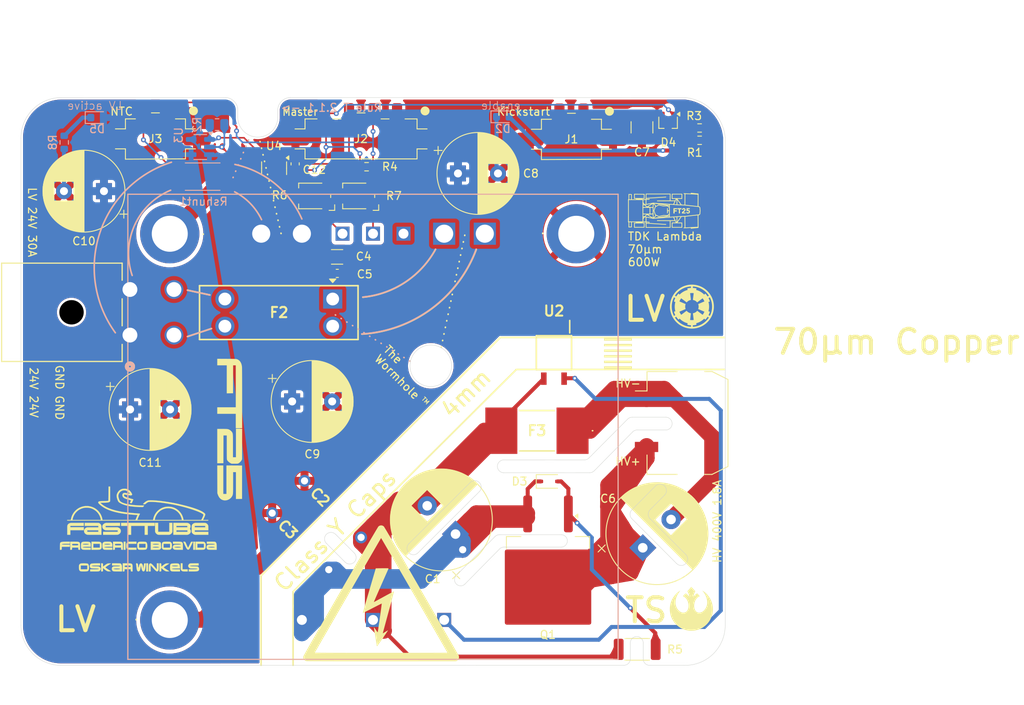
<source format=kicad_pcb>
(kicad_pcb
	(version 20240108)
	(generator "pcbnew")
	(generator_version "8.0")
	(general
		(thickness 1.67)
		(legacy_teardrops no)
	)
	(paper "A4")
	(layers
		(0 "F.Cu" mixed)
		(31 "B.Cu" mixed)
		(32 "B.Adhes" user "B.Adhesive")
		(33 "F.Adhes" user "F.Adhesive")
		(34 "B.Paste" user)
		(35 "F.Paste" user)
		(36 "B.SilkS" user "B.Silkscreen")
		(37 "F.SilkS" user "F.Silkscreen")
		(38 "B.Mask" user)
		(39 "F.Mask" user)
		(40 "Dwgs.User" user "User.Drawings")
		(41 "Cmts.User" user "User.Comments")
		(42 "Eco1.User" user "User.Eco1")
		(43 "Eco2.User" user "User.Eco2")
		(44 "Edge.Cuts" user)
		(45 "Margin" user)
		(46 "B.CrtYd" user "B.Courtyard")
		(47 "F.CrtYd" user "F.Courtyard")
		(48 "B.Fab" user)
		(49 "F.Fab" user)
		(50 "User.1" user)
		(51 "User.2" user)
		(52 "User.3" user)
		(53 "User.4" user)
		(54 "User.5" user)
		(55 "User.6" user)
		(56 "User.7" user)
		(57 "User.8" user)
		(58 "User.9" user)
	)
	(setup
		(stackup
			(layer "F.SilkS"
				(type "Top Silk Screen")
			)
			(layer "F.Paste"
				(type "Top Solder Paste")
			)
			(layer "F.Mask"
				(type "Top Solder Mask")
				(thickness 0.01)
			)
			(layer "F.Cu"
				(type "copper")
				(thickness 0.07)
			)
			(layer "dielectric 1"
				(type "core")
				(thickness 1.51)
				(material "FR4")
				(epsilon_r 4.5)
				(loss_tangent 0.02)
			)
			(layer "B.Cu"
				(type "copper")
				(thickness 0.07)
			)
			(layer "B.Mask"
				(type "Bottom Solder Mask")
				(thickness 0.01)
			)
			(layer "B.Paste"
				(type "Bottom Solder Paste")
			)
			(layer "B.SilkS"
				(type "Bottom Silk Screen")
			)
			(copper_finish "None")
			(dielectric_constraints no)
		)
		(pad_to_mask_clearance 0)
		(allow_soldermask_bridges_in_footprints no)
		(pcbplotparams
			(layerselection 0x00010fc_ffffffff)
			(plot_on_all_layers_selection 0x0000000_00000000)
			(disableapertmacros no)
			(usegerberextensions no)
			(usegerberattributes yes)
			(usegerberadvancedattributes yes)
			(creategerberjobfile yes)
			(dashed_line_dash_ratio 12.000000)
			(dashed_line_gap_ratio 3.000000)
			(svgprecision 4)
			(plotframeref no)
			(viasonmask no)
			(mode 1)
			(useauxorigin no)
			(hpglpennumber 1)
			(hpglpenspeed 20)
			(hpglpendiameter 15.000000)
			(pdf_front_fp_property_popups yes)
			(pdf_back_fp_property_popups yes)
			(dxfpolygonmode yes)
			(dxfimperialunits yes)
			(dxfusepcbnewfont yes)
			(psnegative no)
			(psa4output no)
			(plotreference yes)
			(plotvalue yes)
			(plotfptext yes)
			(plotinvisibletext no)
			(sketchpadsonfab no)
			(subtractmaskfromsilk no)
			(outputformat 1)
			(mirror no)
			(drillshape 1)
			(scaleselection 1)
			(outputdirectory "")
		)
	)
	(net 0 "")
	(net 1 "/-VIN")
	(net 2 "GND")
	(net 3 "Net-(D4-Pad3)")
	(net 4 "/+VIN")
	(net 5 "+3V3")
	(net 6 "/LV+")
	(net 7 "/3V_buttoncell")
	(net 8 "/TEMP_TSDCDC")
	(net 9 "/HV-in")
	(net 10 "/HV+in")
	(net 11 "/G")
	(net 12 "/~{EN}")
	(net 13 "/LV-")
	(net 14 "/LV_I_measure")
	(net 15 "/I_meas_weak")
	(net 16 "/+S")
	(net 17 "/TRM")
	(net 18 "Net-(D2-A)")
	(net 19 "Net-(D5-K)")
	(net 20 "/Vout+")
	(net 21 "Net-(R3-Pad2)")
	(footprint "Capacitor_SMD:C_1210_3225Metric" (layer "F.Cu") (at 177.6 64.721001 -90))
	(footprint "Resistor_SMD:R_0603_1608Metric" (layer "F.Cu") (at 184.8 64.8))
	(footprint "footprints:VY1471M29Y5UC63V0" (layer "F.Cu") (at 131.388932 112.962876 -45))
	(footprint "footprints:rebellion" (layer "F.Cu") (at 183.77 124.93))
	(footprint "FaSTTUBe_connectors:Micro_Mate-N-Lok_2p_vertical" (layer "F.Cu") (at 168.783 66.21))
	(footprint "Potentiometer_SMD:Potentiometer_Bourns_TC33X_Vertical" (layer "F.Cu") (at 142.1 73.3 180))
	(footprint "Capacitor_THT:CP_Radial_D12.5mm_P5.00mm" (layer "F.Cu") (at 154.3 115.584177 135))
	(footprint "Capacitor_THT:CP_Radial_D10.0mm_P5.00mm" (layer "F.Cu") (at 110.367678 72.7 180))
	(footprint "footprints:9775031360R" (layer "F.Cu") (at 118.59 78.03 180))
	(footprint "LOGO"
		(layer "F.Cu")
		(uuid "36ea3436-548e-4414-bac1-a7348850c228")
		(at 180.33 75.14)
		(property "Reference" "G***"
			(at 0 0 0)
			(layer "F.SilkS")
			(hide yes)
			(uuid "f973503b-fa37-47d9-b20f-d30676bb0e6c")
			(effects
				(font
					(size 1.5 1.5)
					(thickness 0.3)
				)
			)
		)
		(property "Value" "LOGO"
			(at 0.75 0 0)
			(layer "F.SilkS")
			(hide yes)
			(uuid "6387be7f-2b16-465c-8f89-140f5aa812b4")
			(effects
				(font
					(size 1.5 1.5)
					(thickness 0.3)
				)
			)
		)
		(property "Footprint" ""
			(at 0 0 0)
			(layer "F.Fab")
			(hide yes)
			(uuid "715f4f07-c5d3-4aaf-84cf-940e9c524073")
			(effects
				(font
					(size 1.27 1.27)
					(thickness 0.15)
				)
			)
		)
		(property "Datasheet" ""
			(at 0 0 0)
			(layer "F.Fab")
			(hide yes)
			(uuid "41393a24-4ba8-4af2-84c5-5556a5cd9241")
			(effects
				(font
					(size 1.27 1.27)
					(thickness 0.15)
				)
			)
		)
		(property "Description" ""
			(at 0 0 0)
			(layer "F.Fab")
			(hide yes)
			(uuid "47d9374d-4d87-4be0-875b-3451ee135b5f")
			(effects
				(font
					(size 1.27 1.27)
					(thickness 0.15)
				)
			)
		)
		(attr board_only exclude_from_pos_files exclude_from_bom)
		(fp_poly
			(pts
				(xy 2.210106 -0.240934) (xy 2.210106 -0.176067) (xy 2.115122 -0.176067) (xy 2.020138 -0.176067)
				(xy 2.020138 0.088034) (xy 2.020138 0.352134) (xy 1.948322 0.352134) (xy 1.876505 0.352134) (xy 1.876505 0.088034)
				(xy 1.876505 -0.176067) (xy 1.781521 -0.176067) (xy 1.686538 -0.176067) (xy 1.686538 -0.240935)
				(xy 1.686537 -0.305801) (xy 1.948322 -0.305801) (xy 2.210106 -0.305801)
			)
			(stroke
				(width 0)
				(type solid)
			)
			(fill solid)
			(layer "F.SilkS")
			(uuid "7df8e5e8-4ee8-444f-be4a-2fc6df64b466")
		)
		(fp_poly
			(pts
				(xy 1.644837 -0.238617) (xy 1.644837 -0.171435) (xy 1.49657 -0.171434) (xy 1.348303 -0.171434) (xy 1.348303 -0.10425)
				(xy 1.348303 -0.037067) (xy 1.484987 -0.037067) (xy 1.621671 -0.037067) (xy 1.621671 0.030116) (xy 1.621671 0.0973)
				(xy 1.484987 0.0973) (xy 1.348303 0.0973) (xy 1.348303 0.224717) (xy 1.348303 0.352134) (xy 1.27417 0.352134)
				(xy 1.200036 0.352134) (xy 1.200036 0.023167) (xy 1.200037 -0.305801) (xy 1.422437 -0.305801) (xy 1.644836 -0.305801)
			)
			(stroke
				(width 0)
				(type solid)
			)
			(fill solid)
			(layer "F.SilkS")
			(uuid "79488fa3-17fb-4e16-b5f3-2b64540a352f")
		)
		(fp_poly
			(pts
				(xy 2.532179 -0.312678) (xy 2.576155 -0.304473) (xy 2.614922 -0.2894) (xy 2.648 -0.267744) (xy 2.67491 -0.239793)
				(xy 2.695172 -0.205832) (xy 2.704208 -0.181813) (xy 2.708716 -0.159076) (xy 2.7108 -0.130942) (xy 2.71048 -0.100955)
				(xy 2.707773 -0.072656) (xy 2.703574 -0.052464) (xy 2.698715 -0.037255) (xy 2.692926 -0.02316) (xy 2.685517 -0.009402)
				(xy 2.675798 0.004797) (xy 2.663078 0.020215) (xy 2.646666 0.037632) (xy 2.625872 0.057823) (xy 2.600005 0.081568)
				(xy 2.568374 0.109644) (xy 2.53029 0.142829) (xy 2.529931 0.14314) (xy 2.430439 0.229351) (xy 2.575106 0.230575)
				(xy 2.719774 0.231799) (xy 2.719774 0.291967) (xy 2.719774 0.352134) (xy 2.490308 0.352134) (xy 2.260843 0.352134)
				(xy 2.262116 0.277056) (xy 2.263389 0.201979) (xy 2.356056 0.119177) (xy 2.402943 0.077122) (xy 2.443117 0.04073)
				(xy 2.476929 0.009665) (xy 2.504727 -0.016408) (xy 2.526863 -0.037827) (xy 2.543685 -0.054929) (xy 2.555544 -0.06805)
				(xy 2.562789 -0.077524) (xy 2.565176 -0.081851) (xy 2.5716 -0.10729) (xy 2.569746 -0.130812) (xy 2.56056 -0.15134)
				(xy 2.544994 -0.167801) (xy 2.523994 -0.179121) (xy 2.49851 -0.184225) (xy 2.475724 -0.18314) (xy 2.452963 -0.175273)
				(xy 2.433454 -0.159912) (xy 2.418912 -0.1387) (xy 2.413064 -0.123046) (xy 2.407173 -0.101018) (xy 2.367714 -0.103927)
				(xy 2.344598 -0.10571) (xy 2.320508 -0.107692) (xy 2.30031 -0.109471) (xy 2.298702 -0.109622) (xy 2.269145 -0.112408)
				(xy 2.272093 -0.14061) (xy 2.280459 -0.177948) (xy 2.296913 -0.213524) (xy 2.320278 -0.245457) (xy 2.349375 -0.271863)
				(xy 2.357833 -0.277654) (xy 2.388158 -0.29404) (xy 2.420755 -0.305158) (xy 2.458064 -0.31171) (xy 2.483473 -0.313727)
			)
			(stroke
				(width 0)
				(type solid)
			)
			(fill solid)
			(layer "F.SilkS")
			(uuid "c06ae400-d6b0-4739-b2a0-6d35249e5efc")
		)
		(fp_poly
			(pts
				(xy 3.243342 -0.245567) (xy 3.243342 -0.185334) (xy 3.111291 -0.185334) (xy 2.979241 -0.185333)
				(xy 2.979241 -0.135525) (xy 2.979241 -0.085718) (xy 3.035999 -0.085703) (xy 3.075658 -0.084189)
				(xy 3.108746 -0.079239) (xy 3.137528 -0.070212) (xy 3.16427 -0.05647) (xy 3.181956 -0.044466) (xy 3.203555 -0.026318)
				(xy 3.221029 -0.006004) (xy 3.236416 0.019128) (xy 3.246178 0.039116) (xy 3.254238 0.063529) (xy 3.259574 0.09369)
				(xy 3.261941 0.126422) (xy 3.261098 0.158544) (xy 3.257324 0.184609) (xy 3.244399 0.223685) (xy 3.224208 0.260227)
				(xy 3.198098 0.292412) (xy 3.167418 0.318418) (xy 3.150847 0.328502) (xy 3.111135 0.345164) (xy 3.066727 0.356095)
				(xy 3.020478 0.360938) (xy 2.975243 0.359334) (xy 2.945754 0.354196) (xy 2.903627 0.339619) (xy 2.867264 0.317857)
				(xy 2.836999 0.289211) (xy 2.813163 0.253981) (xy 2.79881 0.220868) (xy 2.79432 0.207035) (xy 2.791744 0.197519)
				(xy 2.791552 0.194601) (xy 2.796444 0.193609) (xy 2.808775 0.190877) (xy 2.826961 0.186759) (xy 2.849416 0.181613)
				(xy 2.863407 0.178384) (xy 2.887539 0.172819) (xy 2.908262 0.168078) (xy 2.924002 0.164518) (xy 2.933186 0.162495)
				(xy 2.934883 0.162167) (xy 2.937199 0.166065) (xy 2.941475 0.175947) (xy 2.943919 0.182163) (xy 2.957618 0.206359)
				(xy 2.976856 0.224378) (xy 2.999977 0.235881) (xy 3.025322 0.240528) (xy 3.051235 0.23798) (xy 3.076057 0.227898)
				(xy 3.095075 0.213134) (xy 3.111612 0.190456) (xy 3.120769 0.164235) (xy 3.12262 0.136431) (xy 3.117245 0.108995)
				(xy 3.10472 0.083886) (xy 3.089275 0.066498) (xy 3.070671 0.05315) (xy 3.049056 0.043822) (xy 3.022749 0.038071)
				(xy 2.990066 0.035457) (xy 2.969974 0.03519) (xy 2.940708 0.035905) (xy 2.915232 0.038169) (xy 2.889963 0.042519)
				(xy 2.861313 0.04949) (xy 2.845988 0.053732) (xy 2.835519 0.056704) (xy 2.838042 -0.086323) (xy 2.838768 -0.123978)
				(xy 2.83959 -0.160526) (xy 2.840463 -0.194417) (xy 2.841344 -0.224098) (xy 2.842188 -0.248021) (xy 2.842954 -0.264633)
				(xy 2.843135 -0.267576) (xy 2.845706 -0.305801) (xy 3.044525 -0.305801) (xy 3.243342 -0.305801)
			)
			(stroke
				(width 0)
				(type solid)
			)
			(fill solid)
			(layer "F.SilkS")
			(uuid "5a963cb9-9510-4127-9f96-127e7c222fca")
		)
		(fp_poly
			(pts
				(xy 3.38727 -2.232811) (xy 3.40086 -2.231479) (xy 3.422092 -2.229358) (xy 3.450178 -2.22653) (xy 3.484329 -2.223073)
				(xy 3.523759 -2.219069) (xy 3.567678 -2.214599) (xy 3.615297 -2.209743) (xy 3.66583 -2.204582) (xy 3.718489 -2.199197)
				(xy 3.772484 -2.193667) (xy 3.827029 -2.188075) (xy 3.881335 -2.182501) (xy 3.934614 -2.177024)
				(xy 3.986077 -2.171727) (xy 4.034939 -2.166689) (xy 4.080407 -2.161992) (xy 4.121698 -2.157716)
				(xy 4.158021 -2.153941) (xy 4.188587 -2.150748) (xy 4.200017 -2.149547) (xy 4.234253 -2.145885)
				(xy 4.265408 -2.142435) (xy 4.292316 -2.139335) (xy 4.31381 -2.136726) (xy 4.328722 -2.134745) (xy 4.335885 -2.133532)
				(xy 4.336334 -2.133359) (xy 4.336533 -2.128574) (xy 4.336655 -2.115023) (xy 4.336705 -2.093209)
				(xy 4.336684 -2.063633) (xy 4.336595 -2.026795) (xy 4.33644 -1.983198) (xy 4.336223 -1.933343) (xy 4.335944 -1.877731)
				(xy 4.335608 -1.816864) (xy 4.335216 -1.751243) (xy 4.33477 -1.681369) (xy 4.334273 -1.607743) (xy 4.333728 -1.530869)
				(xy 4.333136 -1.451244) (xy 4.332871 -1.416624) (xy 4.332241 -1.334602) (xy 4.331634 -1.254271)
				(xy 4.33105 -1.176204) (xy 4.330496 -1.10097) (xy 4.329976 -1.029142) (xy 4.329492 -0.961291) (xy 4.329052 -0.897987)
				(xy 4.328655 -0.839801) (xy 4.328308 -0.787305) (xy 4.328013 -0.741071) (xy 4.327776 -0.701668)
				(xy 4.327599 -0.669669) (xy 4.327487 -0.645643) (xy 4.327444 -0.630164) (xy 4.327444 -0.627586)
				(xy 4.327545 -0.55322) (xy 4.37377 -0.54809) (xy 4.419996 -0.542959) (xy 4.484971 -0.483626) (xy 4.505281 -0.464833)
				(xy 4.522986 -0.44798) (xy 4.537024 -0.434118) (xy 4.546333 -0.424295) (xy 4.54985 -0.419562) (xy 4.549855 -0.419489)
				(xy 4.550293 -0.414027) (xy 4.551582 -0.400285) (xy 4.55363 -0.379199) (xy 4.556344 -0.351708) (xy 4.55963 -0.31875)
				(xy 4.563396 -0.281261) (xy 4.567548 -0.240179) (xy 4.571355 -0.202709) (xy 4.592945 0.009267) (xy 4.571355 0.221242)
				(xy 4.566945 0.264663) (xy 4.562841 0.305296) (xy 4.559137 0.342206) (xy 4.555926 0.374453) (xy 4.553301 0.401102)
				(xy 4.551353 0.421213) (xy 4.550178 0.433849) (xy 4.549855 0.438022) (xy 4.546612 0.442512) (xy 4.537531 0.452137)
				(xy 4.523674 0.465847) (xy 4.506105 0.482593) (xy 4.485885 0.501324) (xy 4.484971 0.50216) (xy 4.419997 0.561493)
				(xy 4.373769 0.566623) (xy 4.327545 0.571753) (xy 4.327444 0.646119) (xy 4.327469 0.65926) (xy 4.327563 0.681097)
				(xy 4.327723 0.711058) (xy 4.327945 0.748571) (xy 4.328225 0.793067) (xy 4.328559 0.843974) (xy 4.328943 0.90072)
				(xy 4.329373 0.962734) (xy 4.329846 1.029446) (xy 4.330356 1.100286) (xy 4.330901 1.17468) (xy 4.331477 1.252059)
				(xy 4.332079 1.33185) (xy 4.332704 1.413485) (xy 4.332871 1.435157) (xy 4.333481 1.5158) (xy 4.334047 1.593906)
				(xy 4.334564 1.668978) (xy 4.335032 1.740512) (xy 4.335447 1.808006) (xy 4.335808 1.870958) (xy 4.336111 1.928869)
				(xy 4.336355 1.981237) (xy 4.336537 2.02756) (xy 4.336653 2.067337) (xy 4.336704 2.100067) (xy 4.336685 2.125248)
				(xy 4.336594 2.142379) (xy 4.336429 2.150958) (xy 4.336335 2.151893) (xy 4.331377 2.152884) (xy 4.318367 2.15468)
				(xy 4.298472 2.157138) (xy 4.272859 2.160123) (xy 4.242694 2.163495) (xy 4.209148 2.167117) (xy 4.200017 2.168082)
				(xy 4.172233 2.170992) (xy 4.138346 2.174521) (xy 4.099146 2.178586) (xy 4.055419 2.183108) (xy 4.007954 2.188005)
				(xy 3.957539 2.193199) (xy 3.904962 2.198607) (xy 3.851011 2.204148) (xy 3.796475 2.209742) (xy 3.742141 2.215309)
				(xy 3.688796 2.220768) (xy 3.63723 2.226037) (xy 3.588231 2.231037) (xy 3.542586 2.235687) (xy 3.501083 2.239906)
				(xy 3.464512 2.243614) (xy 3.433658 2.246729) (xy 3.409312 2.249172) (xy 3.39226 2.250859) (xy 3.383291 2.251715)
				(xy 3.382109 2.251806) (xy 3.380255 2.247528) (xy 3.378178 2.23608) (xy 3.376217 2.219545) (xy 3.37545 2.210835)
				(xy 3.3736 2.191763) (xy 3.371439 2.175942) (xy 3.369333 2.165869) (xy 3.368582 2.163999) (xy 3.368194 2.163123)
				(xy 3.367841 2.162336) (xy 3.367055 2.161657) (xy 3.365358 2.161104) (xy 3.362276 2.160697) (xy 3.357337 2.160453)
				(xy 3.350069 2.160392) (xy 3.339994 2.160532) (xy 3.32664 2.16089) (xy 3.309536 2.161487) (xy 3.288204 2.162341)
				(xy 3.26217 2.16347) (xy 3.230964 2.164892) (xy 3.19411 2.166627) (xy 3.151135 2.168692) (xy 3.101565 2.171107)
				(xy 3.044926 2.17389) (xy 2.980744 2.177059) (xy 2.908545 2.180634) (xy 2.827857 2.184632) (xy 2.773776 2.187311)
				(xy 2.723126 2.189773) (xy 2.675244 2.19201) (xy 2.630927 2.19399) (xy 2.590972 2.195683) (xy 2.556177 2.197057)
				(xy 2.52734 2.198081) (xy 2.505257 2.198724) (xy 2.490727 2.198954) (xy 2.484548 2.198738) (xy 2.484397 2.198675)
				(xy 2.482972 2.193086) (xy 2.4815 2.180449) (xy 2.480208 2.162975) (xy 2.479683 2.152716) (xy 2.477796 2.109587)
				(xy 2.502643 2.106603) (xy 2.520245 2.105084) (xy 2.542271 2.103995) (xy 2.563398 2.103579) (xy 2.599307 2.103539)
				(xy 2.599205 2.03983) (xy 2.599136 2.026958) (xy 2.59896 2.005475) (xy 2.598682 1.976034) (xy 2.598313 1.939289)
				(xy 2.597857 1.895895) (xy 2.597323 1.846507) (xy 2.596718 1.791777) (xy 2.596049 1.732363) (xy 2.595323 1.668916)
				(xy 2.594547 1.602089) (xy 2.593729 1.53254) (xy 2.592876 1.460921) (xy 2.592357 1.417804) (xy 2.591488 1.345622)
				(xy 2.590651 1.275356) (xy 2.589851 1.207638) (xy 2.589097 1.143098) (xy 2.588395 1.08237) (xy 2.587752 1.026085)
				(xy 2.587175 0.974875) (xy 2.586672 0.929372) (xy 2.58625 0.890208) (xy 2.585916 0.858015) (xy 2.585677 0.833425)
				(xy 2.585539 0.817069) (xy 2.585508 0.811266) (xy 2.585407 0.763045) (xy 2.477681 0.76615) (xy 2.420738 0.767807)
				(xy 2.372367 0.769264) (xy 2.331872 0.770562) (xy 2.298559 0.771745) (xy 2.271738 0.772854) (xy 2.250712 0.773931)
				(xy 2.234789 0.775018) (xy 2.223275 0.776158) (xy 2.215478 0.777392) (xy 2.210703 0.778764) (xy 2.208257 0.780313)
				(xy 2.207447 0.782084) (xy 2.207419 0.782564) (xy 2.204733 0.787317) (xy 2.196946 0.798996) (xy 2.184444 0.817061)
				(xy 2.167617 0.84097) (xy 2.146849 0.870183) (xy 2.122527 0.90416) (xy 2.09504 0.94236) (xy 2.064773 0.984242)
				(xy 2.032115 1.029266) (xy 1.99745 1.07689) (xy 1.961168 1.126575) (xy 1.960005 1.128165) (xy 1.923623 1.177986)
				(xy 1.888809 1.225823) (xy 1.855956 1.271128) (xy 1.825453 1.313354) (xy 1.797694 1.351955) (xy 1.773068 1.386383)
				(xy 1.751966 1.416092) (xy 1.734781 1.440534) (xy 1.721903 1.459162) (xy 1.713724 1.47143) (xy 1.710635 1.47679)
				(xy 1.710627 1.476824) (xy 1.708624 1.487304) (xy 2.003382 1.487304) (xy 2.298139 1.487304) (xy 2.298144 1.583446)
				(xy 2.298213 1.608384) (xy 2.298406 1.641116) (xy 2.29871 1.680174) (xy 2.299111 1.724089) (xy 2.299595 1.771389)
				(xy 2.300147 1.820606) (xy 2.300755 1.870268) (xy 2.301218 1.905463) (xy 2.304286 2.131339) (xy 1.647305 2.131339)
				(xy 0.990323 2.131339) (xy 0.993195 2.113964) (xy 0.993689 2.106417) (xy 0.994158 2.090423) (xy 0.994594 2.066805)
				(xy 0.99496 2.038672) (xy 1.08875 2.038672) (xy 1.647111 2.038672) (xy 2.205472 2.038672) (xy 2.205472 1.809321)
				(xy 2.205472 1.579971) (xy 1.656421 1.579199) (xy 1.585739 1.579096) (xy 1.517565 1.578991) (xy 1.452484 1.578885)
				(xy 1.391074 1.578779) (xy 1.333918 1.578675) (xy 1.281595 1.578571) (xy 1.234689 1.578472) (xy 1.193778 1.578378)
				(xy 1.159447 1.57829) (xy 1.132272 1.578209) (xy 1.112838 1.578137) (xy 1.101725 1.578074) (xy 1.099261 1.57804)
				(xy 1.097423 1.578408) (xy 1.095875 1.580202) (xy 1.094589 1.584173) (xy 1.093535 1.591074) (xy 1.092682 1.601656)
				(xy 1.091999 1.61667) (xy 1.091456 1.636869) (xy 1.091023 1.663004) (xy 1.090669 1.695827) (xy 1.090364 1.736087)
				(xy 1.090077 1.784539) (xy 1.089951 1.808163) (xy 1.08875 2.038672) (xy 0.99496 2.038672) (xy 0.99499 2.036382)
				(xy 0.995338 1.999975) (xy 0.995631 1.958404) (xy 0.995862 1.912492) (xy 0.996024 1.863057) (xy 0.996108 1.810921)
				(xy 0.996118 1.78963) (xy 0.996169 1.482671) (xy 1.242123 1.482671) (xy 1.291787 1.482595) (xy 1.337431 1.482378)
				(xy 1.378334 1.48203) (xy 1.413769 1.481564) (xy 1.443013 1.480992) (xy 1.465339 1.480327) (xy 1.480024 1.47958)
				(xy 1.486341 1.478764) (xy 1.486531 1.478558) (xy 1.484152 1.47334) (xy 1.478357 1.461039) (xy 1.469747 1.442919)
				(xy 1.458926 1.420247) (xy 1.446495 1.394288) (xy 1.441011 1.382862) (xy 1.397037 1.291279) (xy 1.283478 1.294298)
				(xy 1.249685 1.295057) (xy 1.208904 1.295746) (xy 1.163413 1.296342) (xy 1.11549 1.296818) (xy 1.067413 1.297151)
				(xy 1.021462 1.297314) (xy 1.006594 1.297327) (xy 0.843269 1.297337) (xy 0.843269 1.721288) (xy 0.843269 2.145239)
				(xy -0.708148 2.145239) (xy -2.259563 2.145239) (xy -2.262634 1.935978) (xy -2.263315 1.886185)
				(xy -2.263944 1.833688) (xy -2.264503 1.780411) (xy -2.264976 1.728276) (xy -2.265345 1.679207)
				(xy -2.265592 1.635127) (xy -2.265702 1.59796) (xy -2.265706 1.590794) (xy -2.265739 1.55167) (xy -2.265876 1.520834)
				(xy -2.266173 1.497306) (xy -2.266692 1.480108) (xy -2.26749 1.46826) (xy -2.268626 1.460783) (xy -2.270157 1.456697)
				(xy -2.272141 1.455025) (xy -2.273814 1.454766) (xy -2.280294 1.454537) (xy -2.294854 1.453935)
				(xy -2.316319 1.453013) (xy -2.343512 1.451821) (xy -2.37526 1.450411) (xy -2.410382 1.448834) (xy -2.43019 1.447939)
				(xy -2.468142 1.446262) (xy -2.504686 1.44473) (xy -2.538371 1.443397) (xy -2.567745 1.442318) (xy -2.591357 1.441547)
				(xy -2.607758 1.441142) (xy -2.612049 1.441093) (xy -2.64564 1.44097) (xy -2.64564 1.468771) (xy -2.645639 1.496571)
				(xy -2.525331 1.496571) (xy -2.405021 1.496571) (xy -2.403705 1.805846) (xy -2.403515 1.858546)
				(xy -2.403401 1.908502) (xy -2.40336 1.954946) (xy -2.40339 1.997109) (xy -2.403489 2.034222) (xy -2.403653 2.065515)
				(xy -2.403881 2.090221) (xy -2.404171 2.107569) (xy -2.404518 2.116791) (xy -2.404706 2.118106)
				(xy -2.409529 2.11848) (xy -2.423095 2.118886) (xy -2.44488 2.119321) (xy -2.474362 2.119778) (xy -2.511016 2.120253)
				(xy -2.554319 2.12074) (xy -2.603749 2.121235) (xy -2.658781 2.121732) (xy -2.718891 2.122227) (xy -2.783558 2.122715)
				(xy -2.852257 2.12319) (xy -2.924462 2.123648) (xy -2.999654 2.124083) (xy -3.0638 2.124423) (xy -3.720577 2.127757)
				(xy -3.720577 1.81448) (xy -3.720577 1.593871) (xy -3.62791 1.593871) (xy -3.62791 1.814711) (xy -3.62791 2.03555)
				(xy -3.411698 2.032478) (xy -3.369215 2.031948) (xy -3.31891 2.031448) (xy -3.262228 2.030984) (xy -3.200615 2.030565)
				(xy -3.135516 2.030198) (xy -3.068375 2.029891) (xy -3.000637 2.029653) (xy -2.933749 2.02949) (xy -2.869154 2.029412)
				(xy -2.846385 2.029405) (xy -2.497283 2.029405) (xy -2.498486 1.81048) (xy -2.49969 1.591554) (xy -2.537915 1.591676)
				(xy -2.547579 1.591701) (xy -2.565869 1.591743) (xy -2.592146 1.591801) (xy -2.62577 1.591872) (xy -2.666099 1.591957)
				(xy -2.712496 1.592053) (xy -2.764319 1.592159) (xy -2.820929 1.592274) (xy -2.881685 1.592396)
				(xy -2.945948 1.592525) (xy -3.013077 1.592659) (xy -3.082432 1.592796) (xy -3.102025 1.592834)
				(xy -3.62791 1.593871) (xy -3.720577 1.593871) (xy -3.720577 1.501204) (xy -3.654551 1.501183) (xy -3.624666 1.500936)
				(xy -3.592334 1.500279) (xy -3.561481 1.499312) (xy -3.536401 1.498158) (xy -3.484276 1.495155)
				(xy -3.484276 1.468063) (xy -3.484276 1.44097) (xy -3.740716 1.44097) (xy -3.997156 1.44097) (xy -4.000524 1.764101)
				(xy -4.001097 1.817922) (xy -4.001663 1.868962) (xy -4.002214 1.916476) (xy -4.002738 1.959718)
				(xy -4.003227 1.997942) (xy -4.00367 2.030405) (xy -4.004058 2.056359) (xy -4.004382 2.07506) (xy -4.004631 2.085762)
				(xy -4.004755 2.088096) (xy -4.009616 2.088576) (xy -4.02259 2.089168) (xy -4.042528 2.089847) (xy -4.068278 2.090589)
				(xy -4.098689 2.091373) (xy -4.132609 2.092176) (xy -4.168888 2.092974) (xy -4.206373 2.093745)
				(xy -4.243913 2.094466) (xy -4.28036 2.095114) (xy -4.314559 2.095667) (xy -4.34536 2.096101) (xy -4.371612 2.096393)
				(xy -4.392163 2.096521) (xy -4.405862 2.096463) (xy -4.411559 2.096194) (xy -4.41163 2.096166) (xy -4.412287 2.091243)
				(xy -4.412909 2.077802) (xy -4.413489 2.056593) (xy -4.414016 2.028365) (xy -4.414482 1.993867)
				(xy -4.414878 1.953848) (xy -4.415193 1.909058) (xy -4.415422 1.860246) (xy -4.415551 1.808161)
				(xy -4.415578 1.769665) (xy -4.415578 1.445919) (xy -4.322912 1.44592) (xy -4.322911 1.632667) (xy -4.32283 1.677998)
				(xy -4.322597 1.724363) (xy -4.322233 1.770035) (xy -4.321755 1.813286) (xy -4.321184 1.852391)
				(xy -4.320538 1.885623) (xy -4.319861 1.910511) (xy -4.31681 2.001605) (xy -4.27237 2.001588) (xy -4.250095 2.001348)
				(xy -4.222113 2.000707) (xy -4.191967 1.999762) (xy -4.163205 1.99861) (xy -4.162654 1.998585) (xy -4.09738 1.995599)
				(xy -4.094329 1.722449) (xy -4.093807 1.672987) (xy -4.093375 1.626306) (xy -4.093037 1.583227)
				(xy -4.092796 1.544568) (xy -4.092653 1.51115) (xy -4.092615 1.483793) (xy -4.092685 1.463316) (xy -4.092866 1.450539)
				(xy -4.09313 1.446294) (xy -4.09808 1.445515) (xy -4.111021 1.444917) (xy -4.130668 1.444519) (xy -4.155749 1.444338)
				(xy -4.184984 1.444394) (xy -4.208947 1.444604) (xy -4.322912 1.44592) (xy -4.415578 1.445919) (xy -4.415578 1.445604)
				(xy -4.44609 1.445604) (xy -4.476601 1.445603) (xy -4.472918 1.340195) (xy -4.472551 1.32484) (xy -4.472203 1.300703)
				(xy -4.471875 1.268271) (xy -4.471567 1.22803) (xy -4.471279 1.180464) (xy -4.47101 1.126058) (xy -4.470761 1.065302)
				(xy -4.470532 0.998677) (xy -4.470323 0.92667) (xy -4.470132 0.849767) (xy -4.469964 0.768454) (xy -4.469814 0.683216)
				(xy -4.469683 0.594538) (xy -4.469572 0.502907) (xy -4.469482 0.408808) (xy -4.469412 0.312726)
				(xy -4.469361 0.215146) (xy -4.469329 0.116557) (xy -4.469318 0.017441) (xy -4.469319 0.009267)
				(xy -4.376195 0.009267) (xy -4.376195 1.348304) (xy -3.921735 1.348303) (xy -3.84542 1.348265) (xy -3.763054 1.348156)
				(xy -3.676284 1.347978) (xy -3.586755 1.34774) (xy -3.496112 1.347448) (xy -3.4755 1.34737) (xy -2.566874 1.347369)
				(xy -2.510115 1.350271) (xy -2.485398 1.351507) (xy -2.454562 1.353009) (xy -2.420743 1.354622)
				(xy -2.387079 1.356201) (xy -2.369956 1.35699) (xy -2.342439 1.358262) (xy -2.317591 1.359435) (xy -2.297116 1.360426)
				(xy -2.28272 1.361153) (xy -2.27648 1.361507) (xy -2.266404 1.362204) (xy -2.268995 1.099261) (xy -2.269489 1.050816)
				(xy -2.269988 1.005216) (xy -2.270479 0.963292) (xy -2.270952 0.925869) (xy -2.271395 0.893779)
				(xy -2.271407 0.893007) (xy -2.176597 0.893007) (xy -2.176496 0.920555) (xy -2.176287 0.953996)
				(xy -2.175973 0.992488) (xy -2.175561 1.035186) (xy -2.175055 1.081248) (xy -2.174701 1.110891)
				(xy -2.17154 1.365972) (xy -2.129432 1.368977) (xy -2.067771 1.373609) (xy -2.010185 1.378392) (xy -1.957281 1.383255)
				(xy -1.909674 1.388125) (xy -1.867971 1.39293) (xy -1.832783 1.397595) (xy -1.80472 1.40205) (xy -1.784393 1.406223)
				(xy -1.772412 1.410037) (xy -1.769774 1.411753) (xy -1.769529 1.417538) (xy -1.771735 1.42998) (xy -1.775956 1.446925)
				(xy -1.778921 1.457187) (xy -1.785239 1.477077) (xy -1.790133 1.489488) (xy -1.794401 1.495928)
				(xy -1.798845 1.497914) (xy -1.800426 1.497857) (xy -1.808153 1.49683) (xy -1.823059 1.494741) (xy -1.843149 1.491874)
				(xy -1.866434 1.488511) (xy -1.871871 1.48772) (xy -1.897523 1.484335) (xy -1.929466 1.480654) (xy -1.964746 1.476986)
				(xy -2.000406 1.473642) (xy -2.027089 1.471419) (xy -2.057452 1.46905) (xy -2.086497 1.466764) (xy -2.112259 1.464717)
				(xy -2.132778 1.463064) (xy -2.146087 1.461962) (xy -2.146397 1.461935) (xy -2.173039 1.459646)
				(xy -2.173039 1.489692) (xy -2.172691 1.506113) (xy -2.171285 1.515262) (xy -2.168279 1.519122)
				(xy -2.164797 1.519737) (xy -2.158723 1.520031) (xy -2.144281 1.520874) (xy -2.12235 1.522213) (xy -2.093809 1.52399)
				(xy -2.059538 1.526152) (xy -2.020415 1.528643) (xy -1.977319 1.531407) (xy -1.93113 1.534389) (xy -1.906488 1.535988)
				(xy -1.854929 1.539338) (xy -1.80268 1.542728) (xy -1.751135 1.546071) (xy -1.701688 1.549275) (xy -1.655732 1.55225)
				(xy -1.614661 1.554907) (xy -1.579869 1.557154) (xy -1.552749 1.558901) (xy -1.549854 1.559087)
				(xy -1.519396 1.561047) (xy -1.481663 1.56348) (xy -1.438624 1.566258) (xy -1.392251 1.569254) (xy -1.344516 1.57234)
				(xy -1.297389 1.575391) (xy -1.264903 1.577495) (xy -1.217015 1.580596) (xy -1.16498 1.583963) (xy -1.111213 1.587439)
				(xy -1.058137 1.590868) (xy -1.008165 1.594093) (xy -0.963719 1.596959) (xy -0.942887 1.598301)
				(xy -0.897305 1.601236) (xy -0.845716 1.60456) (xy -0.791355 1.608063) (xy -0.737462 1.611537) (xy -0.687275 1.614773)
				(xy -0.655619 1.616816) (xy -0.610848 1.619703) (xy -0.559926 1.622982) (xy -0.505948 1.626455)
				(xy -0.452011 1.629924) (xy -0.401211 1.633186) (xy -0.363718 1.635592) (xy -0.328419 1.637861)
				(xy -0.285555 1.640625) (xy -0.236806 1.643776) (xy -0.183852 1.647202) (xy -0.128376 1.650799)
				(xy -0.072057 1.654455) (xy -0.016577 1.658062) (xy 0.031407 1.661186) (xy 0.078504 1.664246) (xy 0.122931 1.667115)
				(xy 0.163807 1.669738) (xy 0.200251 1.672059) (xy 0.231381 1.674022) (xy 0.256316 1.675572) (xy 0.274174 1.676652)
				(xy 0.284073 1.677206) (xy 0.285714 1.677271) (xy 0.289145 1.678355) (xy 0.291125 1.682707) (xy 0.291847 1.691981)
				(xy 0.291504 1.70783) (xy 0.290854 1.721421) (xy 0.289553 1.740799) (xy 0.287959 1.756543) (xy 0.286321 1.766454)
				(xy 0.285478 1.768637) (xy 0.280651 1.768608) (xy 0.266958 1.768) (xy 0.24478 1.766836) (xy 0.214499 1.765141)
				(xy 0.176497 1.762937) (xy 0.131153 1.76025) (xy 0.078851 1.757101) (xy 0.019972 1.753516) (xy -0.045106 1.749517)
				(xy -0.115998 1.745128) (xy -0.192324 1.740372) (xy -0.273703 1.735274) (xy -0.359753 1.729857)
				(xy -0.450093 1.724144) (xy -0.544342 1.718159) (xy -0.642118 1.711925) (xy -0.743041 1.705468)
				(xy -0.846728 1.698808) (xy -0.944155 1.692531) (xy -1.050013 1.6857) (xy -1.153439 1.679031) (xy -1.254052 1.67255)
				(xy -1.351472 1.666279) (xy -1.445319 1.660243) (xy -1.535212 1.654466) (xy -1.620772 1.648974)
				(xy -1.701618 1.643789) (xy -1.77737 1.638936) (xy -1.847648 1.634441) (xy -1.912071 1.630326) (xy -1.97026 1.626617)
				(xy -2.021834 1.623337) (xy -2.066412 1.620512) (xy -2.103615 1.618164) (xy -2.133063 1.61632) (xy -2.154375 1.615002)
				(xy -2.167171 1.614236) (xy -2.171095 1.614039) (xy -2.171128 1.618662) (xy -2.171074 1.631645)
				(xy -2.170943 1.652082) (xy -2.170742 1.679067) (xy -2.170476 1.711694) (xy -2.170155 1.749057)
				(xy -2.169782 1.790249) (xy -2.169374 1.833647) (xy -2.167282 2.052572) (xy -0.707684 2.052572)
				(xy 0.751913 2.052572) (xy 0.748501 1.676113) (xy 0.747965 1.617934) (xy 0.747438 1.562492) (xy 0.746927 1.510476)
				(xy 0.746439 1.462575) (xy 0.745982 1.419482) (xy 0.745565 1.381879) (xy 0.745193 1.350461) (xy 0.744876 1.325917)
				(xy 0.74462 1.308934) (xy 0.744433 1.300203) (xy 0.74437 1.299146) (xy 0.739738 1.29906) (xy 0.726314 1.298912)
				(xy 0.704572 1.298707) (xy 0.674985 1.29845) (xy 0.63803 1.298141) (xy 0.594179 1.297786) (xy 0.543907 1.297389)
				(xy 0.487688 1.296953) (xy 0.425996 1.296482) (xy 0.359306 1.295979) (xy 0.288092 1.295448) (xy 0.212828 1.294894)
				(xy 0.133988 1.294318) (xy 0.052047 1.293726) (xy -0.032522 1.293121) (xy -0.050967 1.292989) (xy -0.136082 1.292366)
				(xy -0.218697 1.291727) (xy -0.298338 1.291076) (xy -0.374525 1.29042) (xy -0.446785 1.289762) (xy -0.51464 1.289109)
				(xy -0.577615 1.288467) (xy -0.635234 1.287838) (xy -0.687017 1.287229) (xy -0.732492 1.286647)
				(xy -0.771182 1.286094) (xy -0.80261 1.285578) (xy -0.8263 1.285103) (xy -0.841774 1.284674) (xy -0.848559 1.284296)
				(xy -0.848834 1.284224) (xy -0.849966 1.278521) (xy -0.850313 1.265798) (xy -0.849853 1.248265)
				(xy -0.849272 1.23771) (xy -0.84646 1.194313) (xy -0.241371 1.198332) (xy -0.165921 1.198806) (xy -0.087571 1.199245)
				(xy -0.006827 1.199647) (xy 0.075804 1.200015) (xy 0.159817 1.200345) (xy 0.244705 1.200641) (xy 0.329962 1.2009)
				(xy 0.415083 1.201123) (xy 0.49956 1.201308) (xy 0.582888 1.201456) (xy 0.664561 1.201569) (xy 0.744073 1.201645)
				(xy 0.820918 1.20168) (xy 0.894589 1.201678) (xy 0.964581 1.20164) (xy 1.030387 1.201562) (xy 1.091501 1.201446)
				(xy 1.147417 1.20129) (xy 1.19763 1.201096) (xy 1.241632 1.200862) (xy 1.278919 1.200589) (xy 1.308983 1.200276)
				(xy 1.331319 1.199923) (xy 1.34542 1.19953) (xy 1.35078 1.199096) (xy 1.350806 1.199078) (xy 1.349214 1.19475)
				(xy 1.344123 1.183101) (xy 1.336024 1.165174) (xy 1.325408 1.142014) (xy 1.312764 1.114663) (xy 1.298583 1.084164)
				(xy 1.283355 1.051563) (xy 1.26757 1.0179) (xy 1.251718 0.984222) (xy 1.23629 0.951571) (xy 1.221776 0.920988)
				(xy 1.208665 0.893521) (xy 1.197449 0.87021) (xy 1.188618 0.852101) (xy 1.18266 0.840235) (xy 1.180095 0.835685)
				(xy 1.175226 0.835695) (xy 1.161554 0.836353) (xy 1.139522 0.83763) (xy 1.10957 0.839495) (xy 1.07214 0.84192)
				(xy 1.027672 0.844876) (xy 0.976607 0.848331) (xy 0.919386 0.852257) (xy 0.85645 0.856627) (xy 0.788239 0.861409)
				(xy 0.715194 0.866573) (xy 0.685735 0.868667) (xy 0.663095 0.870269) (xy 0.632355 0.872428) (xy 0.594658 0.875065)
				(xy 0.551149 0.8781) (xy 0.502971 0.881454) (xy 0.451269 0.885047) (xy 0.397186 0.888799) (xy 0.341867 0.89263)
				(xy 0.286456 0.896461) (xy 0.284951 0.896566) (xy 0.176937 0.90403) (xy 0.077696 0.910891) (xy -0.013246 0.917182)
				(xy -0.09636 0.922935) (xy -0.172119 0.928184) (xy -0.240997 0.932962) (xy -0.303464 0.9373) (xy -0.359995 0.941234)
				(xy -0.411061 0.944794) (xy -0.457135 0.948013) (xy -0.49869 0.950924) (xy -0.536198 0.953561) (xy -0.549051 0.954467)
				(xy -0.578891 0.956562) (xy -0.616558 0.95919) (xy -0.660642 0.962254) (xy -0.709728 0.965655) (xy -0.7624 0.969296)
				(xy -0.817245 0.973079) (xy -0.872847 0.976906) (xy -0.927792 0.980679) (xy -0.949836 0.98219) (xy -1.01286 0.986511)
				(xy -1.067275 0.990257) (xy -1.113708 0.993486) (xy -1.152795 0.996259) (xy -1.185167 0.998635)
				(xy -1.211458 1.000672) (xy -1.232301 1.002429) (xy -1.248327 1.003966) (xy -1.26017 1.005342) (xy -1.268462 1.006617)
				(xy -1.273837 1.007848) (xy -1.276926 1.009095) (xy -1.278363 1.010417) (xy -1.27878 1.011874) (xy -1.278804 1.012926)
				(xy -1.282603 1.018344) (xy -1.286912 1.019325) (xy -1.292531 1.018476) (xy -1.306619 1.016012)
				(xy -1.328539 1.012051) (xy -1.357656 1.006711) (xy -1.393335 1.000111) (xy -1.434941 0.992369)
				(xy -1.481838 0.983603) (xy -1.533392 0.973932) (xy -1.588967 0.963474) (xy -1.647926 0.952347)
				(xy -1.709637 0.94067) (xy -1.734781 0.935903) (xy -1.797241 0.924076) (xy -1.857088 0.912784) (xy -1.913699 0.902139)
				(xy -1.953465 0.894691) (xy -1.182718 0.894691) (xy -1.181463 0.896526) (xy -1.178384 0.896375)
				(xy -1.172445 0.895435) (xy -1.157826 0.893191) (xy -1.135011 0.889716) (xy -1.104486 0.885085)
				(xy -1.066734 0.879368) (xy -1.022239 0.87264) (xy -0.971486 0.864975) (xy -0.914959 0.856444) (xy -0.853143 0.847121)
				(xy -0.786521 0.837079) (xy -0.736248 0.829506) (xy 1.283437 0.829506) (xy 1.285371 0.83409) (xy 1.290948 0.846313)
				(xy 1.299823 0.865444) (xy 1.311656 0.890755) (xy 1.326103 0.921518) (xy 1.342822 0.957002) (xy 1.361471 0.99648)
				(xy 1.381708 1.039222) (xy 1.403189 1.0845) (xy 1.404312 1.086863) (xy 1.426648 1.133895) (xy 1.448401 1.179705)
				(xy 1.46914 1.223387) (xy 1.488433 1.264033) (xy 1.50585 1.300734) (xy 1.52096 1.332582) (xy 1.53333 1.358667)
				(xy 1.542531 1.378082) (xy 1.547623 1.388845) (xy 1.556963 1.407744) (xy 1.565324 1.423077) (xy 1.571732 1.433155)
				(xy 1.575015 1.436337) (xy 1.580188 1.435472) (xy 1.580479 1.435179) (xy 1.580745 1.430338) (xy 1.581201 1.417174)
				(xy 1.581825 1.396605) (xy 1.582595 1.369556) (xy 1.58344 1.338627) (xy 1.677952 1.338627) (xy 1.678207 1.349718)
				(xy 1.678783 1.352937) (xy 1.681828 1.348916) (xy 1.689917 1.337994) (xy 1.702623 1.320751) (xy 1.719521 1.297767)
				(xy 1.740185 1.269622) (xy 1.764191 1.236896) (xy 1.791111 1.200169) (xy 1.820521 1.160021) (xy 1.851995 1.117032)
				(xy 1.885108 1.071782) (xy 1.889579 1.065669) (xy 1.9228 1.020219) (xy 1.954356 0.976973) (xy 1.983829 0.936509)
				(xy 2.010802 0.899402) (xy 2.034857 0.866229) (xy 2.055579 0.837567) (xy 2.072549 0.813991) (xy 2.085351 0.796077)
				(xy 2.093565 0.784403) (xy 2.096777 0.779544) (xy 2.096803 0.77944) (xy 2.092053 0.779288) (xy 2.079195 0.779455)
				(xy 2.059383 0.779902) (xy 2.033769 0.780591) (xy 2.003504 0.78148) (xy 1.969743 0.782532) (xy 1.933637 0.783705)
				(xy 1.896338 0.784961) (xy 1.859 0.786261) (xy 1.822775 0.787565) (xy 1.788815 0.788832) (xy 1.758272 0.790024)
				(xy 1.7323 0.791103) (xy 1.712051 0.792025) (xy 1.698677 0.792754) (xy 1.693331 0.79325) (xy 1.693288 0.793274)
				(xy 1.692863 0.798069) (xy 1.692256 0.811168) (xy 1.691498 0.83161) (xy 1.690619 0.858433) (xy 1.68965 0.890677)
				(xy 1.688622 0.92738) (xy 1.687565 0.967583) (xy 1.686964 0.991606) (xy 1.685818 1.037429) (xy 1.684622 1.083742)
				(xy 1.683421 1.128973) (xy 1.682258 1.171551) (xy 1.681174 1.209907) (xy 1.680215 1.242468) (xy 1.67942 1.267665)
				(xy 1.679281 1.271853) (xy 1.678498 1.298287) (xy 1.678052 1.321014) (xy 1.677952 1.338627) (xy 1.58344 1.338627)
				(xy 1.583486 1.336946) (xy 1.584477 1.299698) (xy 1.585544 1.258732) (xy 1.586665 1.214971) (xy 1.587817 1.169336)
				(xy 1.588978 1.122747) (xy 1.590124 1.076128) (xy 1.591233 1.030398) (xy 1.592282 0.98648) (xy 1.593248 0.945295)
				(xy 1.594108 0.907765) (xy 1.594839 0.874811) (xy 1.59542 0.847353) (xy 1.595825 0.826315) (xy 1.596035 0.812617)
				(xy 1.596025 0.807181) (xy 1.596013 0.807129) (xy 1.591202 0.806917) (xy 1.578503 0.807354) (xy 1.559214 0.808346)
				(xy 1.534635 0.809802) (xy 1.506062 0.811628) (xy 1.474798 0.813732) (xy 1.442139 0.816019) (xy 1.409386 0.818398)
				(xy 1.377836 0.820775) (xy 1.348789 0.823057) (xy 1.323544 0.825151) (xy 1.303399 0.826965) (xy 1.289654 0.828405)
				(xy 1.283607 0.829379) (xy 1.283437 0.829506) (xy -0.736248 0.829506) (xy -0.715578 0.826391) (xy -0.714841 0.82628)
				(xy -0.081856 0.82628) (xy -0.08122 0.829034) (xy -0.078767 0.829369) (xy -0.074953 0.827674) (xy -0.075678 0.82628)
				(xy -0.081177 0.825725) (xy -0.081856 0.82628) (xy -0.714841 0.82628) (xy -0.698092 0.823757) (xy -0.055333 0.823758)
				(xy -0.054628 0.823962) (xy -0.053461 0.824142) (xy -0.053284 0.824173) (xy -0.048025 0.823996)
				(xy -0.034245 0.823225) (xy -0.012669 0.821909) (xy 0.01598 0.820095) (xy 0.050977 0.817829) (xy 0.0916 0.81516)
				(xy 0.137123 0.812133) (xy 0.186823 0.808798) (xy 0.239976 0.8052) (xy 0.295858 0.801388) (xy 0.301167 0.801024)
				(xy 0.35717 0.797173) (xy 0.410437 0.793485) (xy 0.460255 0.790012) (xy 0.505907 0.786803) (xy 0.546678 0.783911)
				(xy 0.581854 0.781386) (xy 0.610719 0.779279) (xy 0.632557 0.777641) (xy 0.646656 0.776524) (xy 0.652295 0.775979)
				(xy 0.652368 0.775957) (xy 0.652881 0.771144) (xy 0.652861 0.75965) (xy 0.652367 0.745275) (xy 0.650985 0.715685)
				(xy 0.308117 0.767524) (xy 0.241453 0.777602) (xy 0.18337 0.786385) (xy 0.13329 0.793962) (xy 0.090632 0.800424)
				(xy 0.054816 0.805864) (xy 0.025264 0.81037) (xy 0.001391 0.814035) (xy -0.017378 0.816949) (xy -0.031626 0.819203)
				(xy -0.041931 0.820888) (xy -0.048874 0.822095) (xy -0.053036 0.822915) (xy -0.054995 0.823439)
				(xy -0.055333 0.823758) (xy -0.698092 0.823757) (xy -0.640798 0.815131) (xy -0.562666 0.803369)
				(xy -0.481666 0.791184) (xy -0.398281 0.778643) (xy -0.396152 0.778323) (xy -0.312822 0.765789)
				(xy -0.231929 0.753612) (xy -0.153952 0.741866) (xy -0.07937 0.730622) (xy -0.008663 0.719953) (xy 0.057691 0.709931)
				(xy 0.119212 0.70063) (xy 0.175421 0.692122) (xy 0.225839 0.684478) (xy 0.269988 0.677773) (xy 0.307385 0.672078)
				(xy 0.337554 0.667466) (xy 0.360016 0.664009) (xy 0.37429 0.66178) (xy 0.379898 0.660851) (xy 0.379933 0.660843)
				(xy 0.379681 0.659793) (xy 0.371923 0.658943) (xy 0.361401 0.658553) (xy 0.351224 0.658321) (xy 0.332934 0.657854)
				(xy 0.307679 0.657181) (xy 0.276607 0.656335) (xy 0.24087 0.655346) (xy 0.201615 0.654247) (xy 0.159991 0.653069)
				(xy 0.14595 0.652668) (xy -0.035966 0.647471) (xy 0.463161 0.647471) (xy 0.464457 0.648002) (xy 0.468971 0.6478)
				(xy 0.477786 0.646748) (xy 0.491989 0.644728) (xy 0.51266 0.641622) (xy 0.540888 0.637315) (xy 0.557558 0.634768)
				(xy 0.585496 0.63052) (xy 0.610203 0.626796) (xy 0.630254 0.623808) (xy 0.644228 0.621767) (xy 0.650701 0.620886)
				(xy 0.65095 0.620868) (xy 0.651895 0.616547) (xy 0.652659 0.604829) (xy 0.653155 0.587586) (xy 0.653302 0.569902)
				(xy 0.653116 0.549421) (xy 0.652612 0.532869) (xy 0.651873 0.522117) (xy 0.651112 0.518935) (xy 0.646895 0.521416)
				(xy 0.636334 0.528274) (xy 0.620721 0.538634) (xy 0.601344 0.551622) (xy 0.579495 0.566359) (xy 0.556463 0.58197)
				(xy 0.533539 0.59758) (xy 0.512012 0.612312) (xy 0.493174 0.625292) (xy 0.478313 0.635642) (xy 0.468721 0.642488)
				(xy 0.465883 0.644679) (xy 0.463998 0.646325) (xy 0.463161 0.647471) (xy -0.035966 0.647471) (xy -0.044017 0.647241)
				(xy -0.342868 0.713284) (xy -0.641718 0.779327) (xy -0.79171 0.701927) (xy -0.941701 0.624528) (xy -0.952061 0.63544)
				(xy -0.958763 0.642655) (xy -0.970295 0.655237) (xy -0.985283 0.671674) (xy -1.002345 0.690454)
				(xy -1.010663 0.699635) (xy -1.029669 0.720613) (xy -1.052872 0.746197) (xy -1.078235 0.774147)
				(xy -1.10372 0.802214) (xy -1.125194 0.825849) (xy -1.147108 0.850096) (xy -1.163247 0.868347) (xy -1.174181 0.881358)
				(xy -1.180482 0.889888) (xy -1.182718 0.894691) (xy -1.953465 0.894691) (xy -1.966451 0.892259)
				(xy -2.014719 0.883261) (xy -2.057883 0.875255) (xy -2.095319 0.868362) (xy -2.126404 0.862694)
				(xy -2.150514 0.858368) (xy -2.167027 0.855498) (xy -2.175319 0.854201) (xy -2.1762 0.854152) (xy -2.176454 0.858961)
				(xy -2.176585 0.872194) (xy -2.176597 0.893007) (xy -2.271407 0.893007) (xy -2.271795 0.867849)
				(xy -2.272146 0.848908) (xy -2.272431 0.837785) (xy -2.272596 0.835072) (xy -2.277392 0.833628)
				(xy -2.289081 0.831061) (xy -2.305417 0.827789) (xy -2.324157 0.82423) (xy -2.343055 0.820802) (xy -2.359866 0.817926)
				(xy -2.372344 0.816017) (xy -2.377783 0.815469) (xy -2.382814 0.819107) (xy -2.392881 0.829655)
				(xy -2.407524 0.846565) (xy -2.426279 0.869288) (xy -2.448687 0.897275) (xy -2.474284 0.929976)
				(xy -2.476209 0.932461) (xy -2.566789 1.049453) (xy -2.566831 1.198412) (xy -2.566874 1.347369)
				(xy -3.4755 1.34737) (xy -3.406 1.347107) (xy -3.318066 1.346724) (xy -3.233955 1.346302) (xy -3.155312 1.345851)
				(xy -3.083782 1.345375) (xy -3.063408 1.345223) (xy -2.65954 1.342143) (xy -2.65954 1.193095) (xy -2.659611 1.156856)
				(xy -2.659812 1.123653) (xy -2.660124 1.094605) (xy -2.660532 1.070826) (xy -2.661017 1.053434)
				(xy -2.661562 1.043545) (xy -2.661898 1.041688) (xy -2.662145 1.036887) (xy -2.662378 1.023326)
				(xy -2.662596 1.001515) (xy -2.662801 0.97196) (xy -2.662992 0.935172) (xy -2.663169 0.891656) (xy -2.663333 0.841922)
				(xy -2.663387 0.821797) (xy -2.566931 0.821797) (xy -2.566874 0.839408) (xy -2.566709 0.860783)
				(xy -2.566259 0.878075) (xy -2.565592 0.889598) (xy -2.564775 0.893659) (xy -2.564714 0.89362) (xy -2.561236 0.889331)
				(xy -2.553244 0.879122) (xy -2.541861 0.864434) (xy -2.528206 0.846706) (xy -2.52539 0.843039) (xy -2.488226 0.794619)
				(xy -2.517125 0.789043) (xy -2.537582 0.785026) (xy -2.55152 0.783122) (xy -2.560182 0.78459) (xy -2.56481 0.790688)
				(xy -2.566646 0.80267) (xy -2.566931 0.821797) (xy -2.663387 0.821797) (xy -2.663482 0.786477) (xy -2.663609 0.729562)
				(xy -2.298883 0.729562) (xy -2.297915 0.732277) (xy -2.293989 0.733811) (xy -2.293506 0.733928)
				(xy -2.287109 0.735232) (xy -2.272369 0.738108) (xy -2.250048 0.742409) (xy -2.220911 0.747991)
				(xy -2.185719 0.754708) (xy -2.145236 0.762415) (xy -2.100225 0.770966) (xy -2.051449 0.780215)
				(xy -1.999671 0.790016) (xy -1.962222 0.797097) (xy -1.907812 0.807388) (xy -1.855122 0.817375)
				(xy -1.805011 0.826891) (xy -1.75834 0.835776) (xy -1.715968 0.843863) (xy -1.678754 0.850987) (xy -1.647558 0.856987)
				(xy -1.623239 0.861696) (xy -1.606655 0.864951) (xy -1.60082 0.866128) (xy -1.578228 0.87078) (xy -1.563695 0.873557)
				(xy -1.556196 0.874421) (xy -1.55471 0.873335) (xy -1.558213 0.87026) (xy -1.565681 0.865158) (xy -1.566154 0.86484)
				(xy -1.572816 0.860528) (xy -1.586621 0.851735) (xy -1.606862 0.838906) (xy -1.632833 0.822486)
				(xy -1.663829 0.802921) (xy -1.699143 0.780656) (xy -1.73807 0.756138) (xy -1.779903 0.729811) (xy -1.823937 0.702122)
				(xy -1.838454 0.692997) (xy -2.094621 0.532016) (xy -2.152576 0.586868) (xy -2.176489 0.609499)
				(xy -2.202621 0.634227) (xy -2.228311 0.658535) (xy -2.250897 0.679904) (xy -2.25781 0.686443) (xy -2.276358 0.704107)
				(xy -2.288874 0.7165) (xy -2.296125 0.724644) (xy -2.298883 0.729562) (xy -2.663609 0.729562) (xy -2.663617 0.72583)
				(xy -2.663693 0.68487) (xy -2.571673 0.68487) (xy -2.540314 0.690127) (xy -2.519302 0.69366) (xy -2.49457 0.697834)
				(xy -2.47189 0.701674) (xy -2.453075 0.704574) (xy -2.436731 0.706572) (xy -2.425863 0.707313) (xy -2.424555 0.707275)
				(xy -2.418158 0.703798) (xy -2.405527 0.693951) (xy -2.386929 0.677972) (xy -2.36263 0.656097) (xy -2.332897 0.62856)
				(xy -2.297994 0.595599) (xy -2.29112 0.589048) (xy -2.263177 0.562299) (xy -2.237544 0.537598) (xy -2.214949 0.515664)
				(xy -2.208715 0.509553) (xy -1.950607 0.509553) (xy -1.9468 0.512291) (xy -1.935888 0.519472) (xy -1.918621 0.530621)
				(xy -1.89575 0.545269) (xy -1.868026 0.56294) (xy -1.8362 0.583162) (xy -1.801021 0.605462) (xy -1.763241 0.629367)
				(xy -1.723609 0.654404) (xy -1.682877 0.6801) (xy -1.641795 0.705983) (xy -1.601114 0.731579) (xy -1.561583 0.756416)
				(xy -1.523955 0.780021) (xy -1.488978 0.801921) (xy -1.457405 0.821641) (xy -1.429984 0.838711)
				(xy -1.407468 0.852657) (xy -1.390606 0.863005) (xy -1.380149 0.869285) (xy -1.376851 0.871069)
				(xy -1.376472 0.866591) (xy -1.376257 0.853775) (xy -1.376205 0.833549) (xy -1.376307 0.806839)
				(xy -1.376558 0.774573) (xy -1.376955 0.737678) (xy -1.377492 0.697081) (xy -1.377998 0.663817)
				(xy -1.378705 0.620969) (xy -1.379398 0.581082) (xy -1.38006 0.545089) (xy -1.380671 0.51392) (xy -1.381212 0.488508)
				(xy -1.381664 0.469782) (xy -1.382011 0.458676) (xy -1.382191 0.455901) (xy -1.386851 0.456086)
				(xy -1.398951 0.457069) (xy -1.416719 0.458694) (xy -1.438379 0.460807) (xy -1.44097 0.461066) (xy -1.457491 0.462673)
				(xy -1.48203 0.464986) (xy -1.513376 0.467892) (xy -1.550318 0.471282) (xy -1.591642 0.475044) (xy -1.636139 0.479068)
				(xy -1.682595 0.483242) (xy -1.724763 0.487008) (xy -1.769444 0.491035) (xy -1.811188 0.49489) (xy -1.849114 0.498486)
				(xy -1.882336 0.501734) (xy -1.909972 0.504545) (xy -1.93114 0.506833) (xy -1.944954 0.508509) (xy -1.950533 0.509483)
				(xy -1.950607 0.509553) (xy -2.208715 0.509553) (xy -2.196125 0.497211) (xy -2.1818 0.482955) (xy -2.172706 0.473613)
				(xy -2.169573 0.469902) (xy -2.169584 0.469879) (xy -2.174411 0.469525) (xy -2.187548 0.469178)
				(xy -2.208039 0.468848) (xy -2.234926 0.468543) (xy -2.26725 0.468275) (xy -2.304057 0.468053) (xy -2.344389 0.467886)
				(xy -2.370201 0.467817) (xy -2.56919 0.467385) (xy -2.570431 0.576127) (xy -2.571673 0.68487) (xy -2.663693 0.68487)
				(xy -2.663738 0.660488) (xy -2.663846 0.59096) (xy -2.66394 0.517753) (xy -2.66402 0.441375) (xy -2.664086 0.362335)
				(xy -2.664138 0.28114) (xy -2.664175 0.198299) (xy -2.6642 0.114319) (xy -2.66421 0.029708) (xy -2.664207 -0.055024)
				(xy -2.664189 -0.139372) (xy -2.664158 -0.222825) (xy -2.664113 -0.304878) (xy -2.664079 -0.350676)
				(xy -2.571507 -0.350675) (xy -2.571507 0.009953) (xy -2.571507 0.370583) (xy -2.336365 0.371827)
				(xy -2.283394 0.372113) (xy -2.227372 0.372428) (xy -2.170154 0.372758) (xy -2.1136 0.373095) (xy -2.059564 0.373425)
				(xy -2.009905 0.373739) (xy -1.96648 0.374025) (xy -1.943035 0.374186) (xy -1.784851 0.375301) (xy -1.781479 0.285374)
				(xy -1.780911 0.265127) (xy -1.780452 0.238243) (xy -1.780098 0.20563) (xy -1.779843 0.168198) (xy -1.779684 0.126856)
				(xy -1.779616 0.082512) (xy -1.779634 0.036074) (xy -1.77969 0.009267) (xy -1.686538 0.009267) (xy -1.686538 0.3753)
				(xy -1.606613 0.375163) (xy -1.573414 0.374667) (xy -1.536917 0.373396) (xy -1.500872 0.371526)
				(xy -1.469022 0.369229) (xy -1.459504 0.368351) (xy -1.435295 0.365969) (xy -1.414257 0.363943)
				(xy -1.398169 0.362441) (xy -1.388809 0.361631) (xy -1.387351 0.361539) (xy -1.386326 0.358071)
				(xy -1.385428 0.347555) (xy -1.384654 0.329734) (xy -1.384 0.30435) (xy -1.383461 0.271147) (xy -1.383036 0.229865)
				(xy -1.38272 0.180248) (xy -1.382509 0.122039) (xy -1.382399 0.054979) (xy -1.382385 0.018838) (xy -1.286957 0.018837)
				(xy -1.286947 0.094028) (xy -1.286884 0.168831) (xy -1.286771 0.242676) (xy -1.286609 0.314991)
				(xy -1.286398 0.385207) (xy -1.28614 0.452752) (xy -1.285835 0.517055) (xy -1.285488 0.577547) (xy -1.285097 0.633656)
				(xy -1.284662 0.684811) (xy -1.284186 0.730441) (xy -1.283671 0.769976) (xy -1.283117 0.802846)
				(xy -1.282525 0.828479) (xy -1.281897 0.846304) (xy -1.281234 0.855751) (xy -1.28085 0.857169) (xy -1.27761 0.853858)
				(xy -1.268878 0.844447) (xy -1.255369 0.829718) (xy -1.237797 0.810454) (xy -1.216877 0.787438)
				(xy -1.193321 0.761451) (xy -1.171985 0.73786) (xy -1.145814 0.708926) (xy -1.120848 0.681378) (xy -1.09796 0.65618)
				(xy -1.078025 0.63429) (xy -1.061919 0.616671) (xy -1.050516 0.604284) (xy -1.045723 0.599159) (xy -1.027261 0.579766)
				(xy -1.066709 0.560202) (xy -1.106158 0.540637) (xy -1.155745 0.389627) (xy -1.169744 0.347011)
				(xy -1.184856 0.301041) (xy -1.20031 0.254053) (xy -1.215338 0.208385) (xy -1.229172 0.166372) (xy -1.241043 0.130349)
				(xy -1.243157 0.123942) (xy -1.280981 0.009267) (xy -1.181919 0.009267) (xy -1.105356 0.242092)
				(xy -1.028794 0.474918) (xy -0.828306 0.57788) (xy -0.788293 0.598318) (xy -0.750658 0.617325) (xy -0.716228 0.6345)
				(xy -0.685826 0.649443) (xy -0.66028 0.661749) (xy -0.640412 0.671021) (xy -0.627048 0.676855) (xy -0.621014 0.678849)
				(xy -0.620868 0.67883) (xy -0.615222 0.677504) (xy -0.601316 0.67437) (xy -0.579943 0.669601) (xy -0.551894 0.663374)
				(xy -0.517962 0.655863) (xy -0.478939 0.647245) (xy -0.435616 0.637694) (xy -0.388787 0.627386)
				(xy -0.339242 0.616495) (xy -0.331284 0.614748) (xy -0.04865 0.552678) (xy 0.141317 0.558648) (xy 0.184285 0.559974)
				(xy 0.225962 0.561214) (xy 0.265073 0.562334) (xy 0.300345 0.563298) (xy 0.330503 0.564073) (xy 0.354274 0.564623)
				(xy 0.370385 0.564915) (xy 0.373136 0.564944) (xy 0.414988 0.565268) (xy 0.532987 0.484806) (xy 0.650985 0.404343)
				(xy 0.650819 0.378239) (xy 0.650747 0.367149) (xy 0.650622 0.348161) (xy 0.650453 0.322645) (xy 0.650249 0.291969)
				(xy 0.65002 0.257506) (xy 0.649773 0.22062) (xy 0.649661 0.203867) (xy 0.649048 0.11239) (xy 0.74401 0.11239)
				(xy 0.744036 0.183306) (xy 0.744117 0.252672) (xy 0.744255 0.319886) (xy 0.74445 0.384347) (xy 0.744705 0.445455)
				(xy 0.745018 0.502607) (xy 0.745393 0.555205) (xy 0.745828 0.602644) (xy 0.746327 0.644328) (xy 0.746888 0.679652)
				(xy 0.747513 0.708017) (xy 0.748204 0.728822) (xy 0.748901 0.740802) (xy 0.751473 0.770385) (xy 0.782313 0.767729)
				(xy 0.791641 0.767011) (xy 0.809464 0.765722) (xy 0.835033 0.763916) (xy 0.867597 0.761642) (xy 0.871885 0.761345)
				(xy 2.679697 0.761345) (xy 2.679715 0.774654) (xy 2.679829 0.795967) (xy 2.680031 0.824652) (xy 2.680315 0.860078)
				(xy 2.680674 0.901614) (xy 2.681101 0.948628) (xy 2.68159 1.000489) (xy 2.682134 1.056567) (xy 2.682725 1.116229)
				(xy 2.683358 1.178844) (xy 2.684025 1.243782) (xy 2.68472 1.310411) (xy 2.685436 1.378099) (xy 2.686165 1.446217)
				(xy 2.686902 1.51413) (xy 2.68764 1.58121) (xy 2.688371 1.646824) (xy 2.689089 1.710341) (xy 2.689788 1.771132)
				(xy 2.69046 1.828563) (xy 2.691098 1.882004) (xy 2.691697 1.930822) (xy 2.692248 1.974388) (xy 2.692746 2.01207)
				(xy 2.693184 2.043236) (xy 2.693554 2.067256) (xy 2.69385 2.083496) (xy 2.694065 2.09133) (xy 2.694116 2.091956)
				(xy 2.699164 2.094214) (xy 2.711424 2.095302) (xy 2.727283 2.095108) (xy 2.735419 2.094717) (xy 2.752293 2.093896)
				(xy 2.777385 2.092669) (xy 2.810179 2.091063) (xy 2.850155 2.089102) (xy 2.896796 2.086812) (xy 2.949582 2.084219)
				(xy 3.007997 2.081348) (xy 3.071521 2.078225) (xy 3.139637 2.074875) (xy 3.211827 2.071323) (xy 3.287571 2.067595)
				(xy 3.366352 2.063717) (xy 3.447652 2.059714) (xy 3.499847 2.057143) (xy 3.581895 2.053093) (xy 3.661406 2.049152)
				(xy 3.737889 2.045344) (xy 3.810854 2.041695) (xy 3.87981 2.03823) (xy 3.944268 2.034975) (xy 4.003735 2.031953)
				(xy 4.057722 2.02919) (xy 4.105739 2.026712) (xy 4.147295 2.024542) (xy 4.1819 2.022708) (xy 4.209061 2.021232)
				(xy 4.22829 2.020141) (xy 4.239096 2.019459) (xy 4.241386 2.01924) (xy 4.241524 2.014405) (xy 4.241573 2.000921)
				(xy 4.241538 1.979398) (xy 4.241425 1.950443) (xy 4.24124 1.914669) (xy 4.240987 1.872682) (xy 4.240672 1.825094)
				(xy 4.2403 1.772513) (xy 4.239877 1.715549) (xy 4.239409 1.654811) (xy 4.238899 1.590909) (xy 4.238357 1.524453)
				(xy 4.237784 1.456051) (xy 4.237186 1.386313) (xy 4.236569 1.315848) (xy 4.235942 1.245266) (xy 4.235303 1.175177)
				(xy 4.234662 1.10619) (xy 4.234026 1.038915) (xy 4.233398 0.973958) (xy 4.232784 0.911933) (xy 4.232187 0.853447)
				(xy 4.231615 0.799111) (xy 4.231074 0.749533) (xy 4.230568 0.705322) (xy 4.230102 0.667089) (xy 4.229683 0.635444)
				(xy 4.229315 0.610993) (xy 4.229004 0.594349) (xy 4.228755 0.586119) (xy 4.228675 0.585321) (xy 4.223996 0.585655)
				(xy 4.210689 0.586955) (xy 4.189334 0.589158) (xy 4.160513 0.592198) (xy 4.124806 0.596013) (xy 4.082794 0.600536)
				(xy 4.035057 0.605705) (xy 3.982176 0.611455) (xy 3.924734 0.617721) (xy 3.863309 0.62444) (xy 3.798484 0.631549)
				(xy 3.730838 0.63898) (xy 3.660952 0.64667) (xy 3.589408 0.654558) (xy 3.516786 0.662576) (xy 3.443667 0.67066)
				(xy 3.370632 0.678748) (xy 3.298262 0.686774) (xy 3.227137 0.694674) (xy 3.157838 0.702384) (xy 3.090948 0.709839)
				(xy 3.027043 0.716976) (xy 2.966708 0.723731) (xy 2.910522 0.730038) (xy 2.859067 0.735834) (xy 2.812923 0.741054)
				(xy 2.772671 0.745633) (xy 2.738891 0.749511) (xy 2.712165 0.752619) (xy 2.693074 0.754894) (xy 2.682197 0.756272)
				(xy 2.679781 0.756671) (xy 2.679697 0.761345) (xy 0.871885 0.761345) (xy 0.906406 0.758954) (xy 0.950707 0.755902)
				(xy 0.999753 0.75254) (xy 1.052792 0.748917) (xy 1.109075 0.745088) (xy 1.167851 0.7411) (xy 1.200036 0.738922)
				(xy 1.259156 0.734889) (xy 1.315691 0.73096) (xy 1.368945 0.727188) (xy 1.418226 0.723625) (xy 1.462841 0.720324)
				(xy 1.502096 0.717337) (xy 1.535298 0.714716) (xy 1.561754 0.712514) (xy 1.580771 0.710784) (xy 1.591655 0.709577)
				(xy 1.594003 0.709122) (xy 1.599713 0.707473) (xy 1.610689 0.705799) (xy 1.627258 0.704086) (xy 1.649748 0.702318)
				(xy 1.678484 0.700479) (xy 1.713794 0.698554) (xy 1.756006 0.696528) (xy 1.805446 0.694385) (xy 1.862442 0.692108)
				(xy 1.927321 0.689683) (xy 2.00041 0.687095) (xy 2.082036 0.684327) (xy 2.172526 0.681365) (xy 2.193889 0.680678)
				(xy 2.629423 0.666718) (xy 3.500427 0.569625) (xy 3.589382 0.5597) (xy 3.675908 0.550028) (xy 3.759552 0.540662)
				(xy 3.83986 0.531652) (xy 3.91638 0.52305) (xy 3.988658 0.514907) (xy 4.056242 0.507275) (xy 4.118679 0.500204)
				(xy 4.175512 0.493747) (xy 4.226293 0.487954) (xy 4.270566 0.482878) (xy 4.307879 0.478569) (xy 4.337779 0.47508)
				(xy 4.359813 0.472459) (xy 4.373525 0.470761) (xy 4.378446 0.470045) (xy 4.384581 0.465986) (xy 4.395679 0.456957)
				(xy 4.410016 0.444408) (xy 4.421995 0.433428) (xy 4.458531 0.399298) (xy 4.478575 0.204283) (xy 4.498618 0.009267)
				(xy 4.478575 -0.185749) (xy 4.458531 -0.380765) (xy 4.421995 -0.414895) (xy 4.40635 -0.429149) (xy 4.392637 -0.440981)
				(xy 4.38258 -0.448942) (xy 4.378445 -0.451511) (xy 4.373191 -0.452271) (xy 4.35918 -0.454002) (xy 4.336864 -0.456652)
				(xy 4.306698 -0.460173) (xy 4.269135 -0.464509) (xy 4.224626 -0.469611) (xy 4.173627 -0.475427)
				(xy 4.116589 -0.481907) (xy 4.053966 -0.488998) (xy 3.986211 -0.49665) (xy 3.913777 -0.50481) (xy 3.837117 -0.513427)
				(xy 3.756684 -0.52245) (xy 3.672932 -0.531828) (xy 3.586314 -0.541509) (xy 3.500427 -0.551091) (xy 2.629423 -0.648184)
				(xy 2.193889 -0.662145) (xy 2.101383 -0.665152) (xy 2.017818 -0.667962) (xy 1.942859 -0.670588)
				(xy 1.876184 -0.673048) (xy 1.817465 -0.675356) (xy 1.766373 -0.677528) (xy 1.722583 -0.679579)
				(xy 1.685767 -0.681525) (xy 1.655596 -0.683382) (xy 1.631745 -0.685164) (xy 1.613886 -0.686888)
				(xy 1.601692 -0.688569) (xy 1.594836 -0.690223) (xy 1.594002 -0.690589) (xy 1.588352 -0.691485)
				(xy 1.574316 -0.692907) (xy 1.552688 -0.694801) (xy 1.524267 -0.697113) (xy 1.489845 -0.699789)
				(xy 1.45022 -0.702774) (xy 1.406186 -0.706014) (xy 1.35854 -0.709454) (xy 1.308077 -0.713041) (xy 1.255593 -0.71672)
				(xy 1.201883 -0.720436) (xy 1.147744 -0.724136) (xy 1.09397 -0.727765) (xy 1.041358 -0.731269) (xy 0.990703 -0.734592)
				(xy 0.942801 -0.737682) (xy 0.898448 -0.740484) (xy 0.858438 -0.742943) (xy 0.823569 -0.745005)
				(xy 0.794635 -0.746616) (xy 0.772431 -0.747721) (xy 0.757756 -0.748267) (xy 0.751402 -0.748197)
				(xy 0.751213 -0.748129) (xy 0.750433 -0.742796) (xy 0.749692 -0.728798) (xy 0.748992 -0.706736)
				(xy 0.748334 -0.677209) (xy 0.747719 -0.64082) (xy 0.747147 -0.59817) (xy 0.746621 -0.549858) (xy 0.746139 -0.496487)
				(xy 0.745704 -0.438656) (xy 0.745317 -0.376968) (xy 0.744978 -0.312024) (xy 0.744687 -0.244422)
				(xy 0.744448 -0.174765) (xy 0.74426 -0.103655) (xy 0.744123 -0.031692) (xy 0.74404 0.040523) (xy 0.74401 0.11239)
				(xy 0.649048 0.11239) (xy 0.648668 0.055601) (xy 0.572218 0.0556) (xy 0.495768 0.0556) (xy 0.495768 0.192284)
				(xy 0.495767 0.328968) (xy 0.448276 0.328969) (xy 0.400785 0.328968) (xy 0.400784 0.009267) (xy 0.400784 -0.310434)
				(xy 0.448276 -0.310434) (xy 0.495768 -0.310434) (xy 0.495768 -0.17375) (xy 0.495768 -0.037067) (xy 0.572218 -0.037067)
				(xy 0.648668 -0.037067) (xy 0.649661 -0.185334) (xy 0.649912 -0.222854) (xy 0.65015 -0.258559) (xy 0.650367 -0.291082)
				(xy 0.650552 -0.319051) (xy 0.650698 -0.341098) (xy 0.650795 -0.355856) (xy 0.650819 -0.359706)
				(xy 0.650985 -0.38581) (xy 0.532987 -0.466272) (xy 0.414988 -0.546735) (xy 0.375453 -0.546467) (xy 0.362163 -0.546268)
				(xy 0.340844 -0.545813) (xy 0.312731 -0.545134) (xy 0.279055 -0.544263) (xy 0.241052 -0.543233)
				(xy 0.199954 -0.542075) (xy 0.156996 -0.540822) (xy 0.141353 -0.540355) (xy -0.053211 -0.534511)
				(xy -0.340515 -0.598173) (xy -0.478106 -0.628662) (xy 0.464951 -0.628662) (xy 0.468141 -0.625775)
				(xy 0.477751 -0.618571) (xy 0.49252 -0.607923) (xy 0.511192 -0.5947) (xy 0.532504 -0.579774) (xy 0.555199 -0.564017)
				(xy 0.578016 -0.548298) (xy 0.599697 -0.53349) (xy 0.61898 -0.520463) (xy 0.63461 -0.510088) (xy 0.645324 -0.503238)
				(xy 0.649827 -0.500784) (xy 0.651222 -0.504946) (xy 0.65235 -0.516519) (xy 0.653083 -0.533657) (xy 0.653302 -0.551368)
				(xy 0.653102 -0.571849) (xy 0.652561 -0.5884) (xy 0.651766 -0.599152) (xy 0.65095 -0.602335) (xy 0.645856 -0.603003)
				(xy 0.633025 -0.604866) (xy 0.613881 -0.607711) (xy 0.589845 -0.611328) (xy 0.56234 -0.615505) (xy 0.557517 -0.616241)
				(xy 0.529648 -0.620414) (xy 0.505075 -0.623937) (xy 0.485202 -0.626622) (xy 0.471432 -0.62828) (xy 0.46517 -0.628723)
				(xy 0.464951 -0.628662) (xy -0.478106 -0.628662) (xy -0.627818 -0.661836) (xy -0.828308 -0.55911)
				(xy -1.028798 -0.456384) (xy -1.105358 -0.223559) (xy -1.181919 0.009267) (xy -1.280981 0.009267)
				(xy -1.243157 -0.105409) (xy -1.231782 -0.139917) (xy -1.218287 -0.180893) (xy -1.203441 -0.226004)
				(xy -1.188012 -0.272912) (xy -1.172767 -0.319281) (xy -1.158476 -0.362777) (xy -1.155737 -0.371117)
				(xy -1.106142 -0.52215) (xy -1.073783 -0.538152) (xy -1.041424 -0.554153) (xy -1.161272 -0.696226)
				(xy -1.281121 -0.838299) (xy -1.28395 -0.628808) (xy -1.284524 -0.581136) (xy -1.285033 -0.528142)
				(xy -1.285481 -0.4704) (xy -1.285866 -0.408479) (xy -1.286191 -0.342949) (xy -1.286458 -0.274383)
				(xy -1.286666 -0.203351) (xy -1.286818 -0.130422) (xy -1.286915 -0.056169) (xy -1.286957 0.018837)
				(xy -1.382385 0.018838) (xy -1.382381 0.009267) (xy -1.38243 -0.06336) (xy -1.382578 -0.126978)
				(xy -1.382829 -0.181845) (xy -1.383186 -0.228218) (xy -1.383655 -0.266355) (xy -1.384238 -0.296514)
				(xy -1.384938 -0.318952) (xy -1.385759 -0.333926) (xy -1.386706 -0.341695) (xy -1.387351 -0.343005)
				(xy -1.393529 -0.343492) (xy -1.407146 -0.344739) (xy -1.426424 -0.346576) (xy -1.449581 -0.348836)
				(xy -1.459504 -0.349818) (xy -1.488982 -0.352223) (xy -1.523978 -0.354264) (xy -1.560743 -0.355765)
				(xy -1.595531 -0.356554) (xy -1.606612 -0.35663) (xy -1.686538 -0.356769) (xy -1.686538 0.009267)
				(xy -1.77969 0.009267) (xy -1.779734 -0.011548) (xy -1.779912 -0.059445) (xy -1.780162 -0.106709)
				(xy -1.780482 -0.152431) (xy -1.780865 -0.195701) (xy -1.781309 -0.235612) (xy -1.781807 -0.271255)
				(xy -1.782357 -0.30172) (xy -1.782953 -0.326099) (xy -1.78359 -0.343483) (xy -1.784266 -0.352964)
				(xy -1.784616 -0.354456) (xy -1.78958 -0.354854) (xy -1.803129 -0.355158) (xy -1.824582 -0.35537)
				(xy -1.853259 -0.355491) (xy -1.888479 -0.35552) (xy -1.929559 -0.35546) (xy -1.975821 -0.355311)
				(xy -2.026581 -0.355072) (xy -2.081161 -0.354746) (xy -2.138878 -0.354333) (xy -2.179499 -0.354004)
				(xy -2.571507 -0.350675) (xy -2.664079 -0.350676) (xy -2.664053 -0.385021) (xy -2.66398 -0.462746)
				(xy -2.663893 -0.537545) (xy -2.663793 -0.608912) (xy -2.663695 -0.66625) (xy -2.571507 -0.66625)
				(xy -2.571507 -0.558614) (xy -2.571373 -0.527915) (xy -2.570999 -0.500347) (xy -2.570422 -0.47725)
				(xy -2.569683 -0.459963) (xy -2.568818 -0.449824) (xy -2.568274 -0.447746) (xy -2.561647 -0.446238)
				(xy -2.558628 -0.446974) (xy -2.552746 -0.447507) (xy -2.538602 -0.448012) (xy -2.517198 -0.448475)
				(xy -2.48954 -0.448882) (xy -2.456631 -0.44922) (xy -2.419476 -0.449475) (xy -2.379077 -0.449633)
				(xy -2.359152 -0.449671) (xy -2.166089 -0.449907) (xy -2.208605 -0.49102) (xy -1.950607 -0.49102)
				(xy -1.946145 -0.49014) (xy -1.933334 -0.488548) (xy -1.913058 -0.486331) (xy -1.886198 -0.483578)
				(xy -1.853642 -0.480378) (xy -1.816268 -0.476817) (xy -1.774962 -0.472986) (xy -1.730608 -0.468971)
				(xy -1.724763 -0.468449) (xy -1.663928 -0.462994) (xy -1.607414 -0.457865) (xy -1.555839 -0.453121)
				(xy -1.509817 -0.44882) (xy -1.469966 -0.44502) (xy -1.436903 -0.441783) (xy -1.411243 -0.439165)
				(xy -1.393603 -0.437225) (xy -1.384753 -0.43605) (xy -1.384007 -0.440394) (xy -1.383159 -0.452992)
				(xy -1.382244 -0.472831) (xy -1.3813 -0.498898) (xy -1.380362 -0.530185) (xy -1.379467 -0.565675)
				(xy -1.378651 -0.604358) (xy -1.378579 -0.608127) (xy -1.377873 -0.648965) (xy -1.377304 -0.688359)
				(xy -1.376884 -0.724987) (xy -1.376624 -0.757529) (xy -1.376534 -0.784669) (xy -1.376625 -0.805083)
				(xy -1.37688 -0.816838) (xy -1.378421 -0.852958) (xy -1.664498 -0.673204) (xy -1.711119 -0.643879)
				(xy -1.755378 -0.615975) (xy -1.796664 -0.589885) (xy -1.834356 -0.566002) (xy -1.86784 -0.544718)
				(xy -1.8965 -0.526424) (xy -1.91972 -0.511514) (xy -1.936884 -0.500378) (xy -1.947376 -0.493411)
				(xy -1.950607 -0.49102) (xy -2.208605 -0.49102) (xy -2.230956 -0.512633) (xy -2.256966 -0.537707)
				(xy -2.28625 -0.565808) (xy -2.316027 -0.594277) (xy -2.343515 -0.62045) (xy -2.356985 -0.63322)
				(xy -2.418147 -0.691082) (xy -2.465868 -0.683601) (xy -2.489841 -0.679803) (xy -2.514093 -0.675893)
				(xy -2.534832 -0.672484) (xy -2.542549 -0.671186) (xy -2.571507 -0.66625) (xy -2.663695 -0.66625)
				(xy -2.663678 -0.676336) (xy -2.663604 -0.712358) (xy -2.296194 -0.712359) (xy -2.294335 -0.708011)
				(xy -2.288776 -0.700733) (xy -2.278956 -0.689928) (xy -2.264319 -0.674999) (xy -2.244305 -0.65535)
				(xy -2.218356 -0.630384) (xy -2.199923 -0.612809) (xy -2.174278 -0.588462) (xy -2.150847 -0.566303)
				(xy -2.130453 -0.547107) (xy -2.113924 -0.531647) (xy -2.102085 -0.520697) (xy -2.095761 -0.51503)
				(xy -2.094939 -0.51441) (xy -2.090842 -0.516795) (xy -2.079542 -0.52372) (xy -2.061674 -0.534787)
				(xy -2.037878 -0.549599) (xy -2.008789 -0.567758) (xy -1.975045 -0.588865) (xy -1.937283 -0.612523)
				(xy -1.89614 -0.638333) (xy -1.852254 -0.665897) (xy -1.822894 -0.684355) (xy -1.777644 -0.712837)
				(xy -1.734795 -0.739851) (xy -1.694977 -0.764998) (xy -1.658821 -0.787877) (xy -1.626955 -0.808092)
				(xy -1.600011 -0.825237) (xy -1.578618 -0.838916) (xy -1.563406 -0.848728) (xy -1.555005 -0.854273)
				(xy -1.553494 -0.8554) (xy -1.558152 -0.854983) (xy -1.569879 -0.853054) (xy -1.586662 -0.849961)
				(xy -1.598504 -0.847654) (xy -1.610463 -0.845327) (xy -1.630665 -0.841451) (xy -1.658249 -0.836191)
				(xy -1.69235 -0.82971) (xy -1.732107 -0.822171) (xy -1.776655 -0.813738) (xy -1.825132 -0.804574)
				(xy -1.876675 -0.794844) (xy -1.93042 -0.78471) (xy -1.964539 -0.778283) (xy -2.018055 -0.768183)
				(xy -2.069024 -0.758518) (xy -2.116693 -0.749433) (xy -2.160312 -0.741074) (xy -2.199132 -0.733586)
				(xy -2.232401 -0.727114) (xy -2.259369 -0.721803) (xy -2.279287 -0.717798) (xy -2.291403 -0.715245)
				(xy -2.294907 -0.714374) (xy -2.296194 -0.712359) (xy -2.663604 -0.712358) (xy -2.663549 -0.739311)
				(xy -2.663409 -0.796206) (xy -2.566932 -0.796206) (xy -2.566281 -0.779532) (xy -2.563676 -0.769594)
				(xy -2.557877 -0.765135) (xy -2.547641 -0.764897) (xy -2.531726 -0.767625) (xy -2.517125 -0.77051)
				(xy -2.488226 -0.776084) (xy -2.52539 -0.824506) (xy -2.539357 -0.842656) (xy -2.551268 -0.858046)
				(xy -2.560003 -0.869236) (xy -2.564444 -0.874785) (xy -2.564714 -0.875087) (xy -2.565539 -0.871611)
				(xy -2.566219 -0.860557) (xy -2.566686 -0.843614) (xy -2.566873 -0.82247) (xy -2.566874 -0.820875)
				(xy -2.566932 -0.796206) (xy -2.663409 -0.796206) (xy -2.663406 -0.797329) (xy -2.66325 -0.84988)
				(xy -2.66308 -0.896459) (xy -2.662896 -0.936555) (xy -2.662698 -0.969662) (xy -2.662485 -0.995271)
				(xy -2.662259 -1.012875) (xy -2.662019 -1.021965) (xy -2.661899 -1.023156) (xy -2.661326 -1.028194)
				(xy -2.660805 -1.041383) (xy -2.66035 -1.061604) (xy -2.65998 -1.087741) (xy -2.659712 -1.118678)
				(xy -2.659565 -1.153296) (xy -2.65954 -1.174562) (xy -2.65954 -1.32361) (xy -3.063408 -1.32669)
				(xy -3.132411 -1.327173) (xy -3.209035 -1.327633) (xy -3.291634 -1.328064) (xy -3.378565 -1.32846)
				(xy -3.4288 -1.328659) (xy -2.566874 -1.328659) (xy -2.566831 -1.179789) (xy -2.566789 -1.030919)
				(xy -2.476209 -0.913927) (xy -2.450403 -0.880912) (xy -2.427754 -0.852573) (xy -2.408724 -0.829459)
				(xy -2.393775 -0.812119) (xy
... [841670 chars truncated]
</source>
